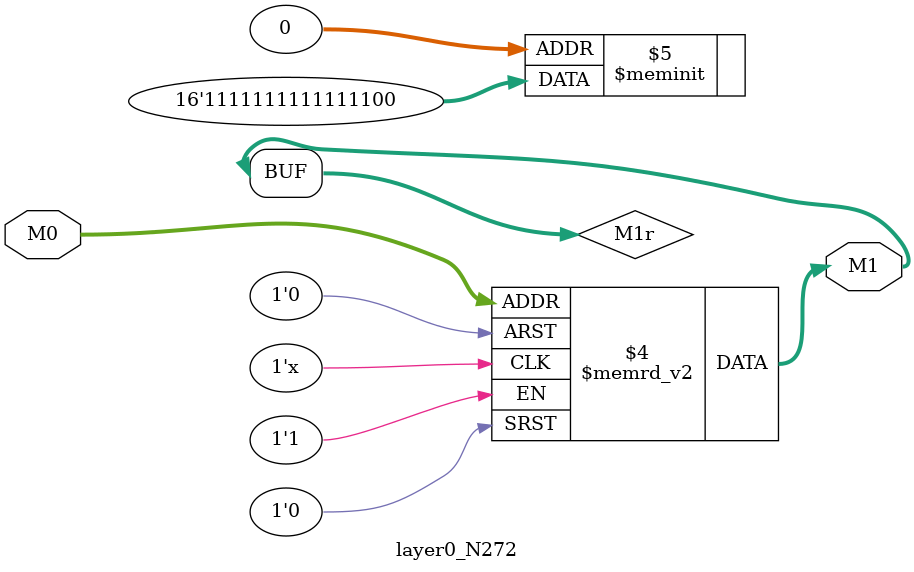
<source format=v>
module layer0_N272 ( input [2:0] M0, output [1:0] M1 );

	(*rom_style = "distributed" *) reg [1:0] M1r;
	assign M1 = M1r;
	always @ (M0) begin
		case (M0)
			3'b000: M1r = 2'b00;
			3'b100: M1r = 2'b11;
			3'b010: M1r = 2'b11;
			3'b110: M1r = 2'b11;
			3'b001: M1r = 2'b11;
			3'b101: M1r = 2'b11;
			3'b011: M1r = 2'b11;
			3'b111: M1r = 2'b11;

		endcase
	end
endmodule

</source>
